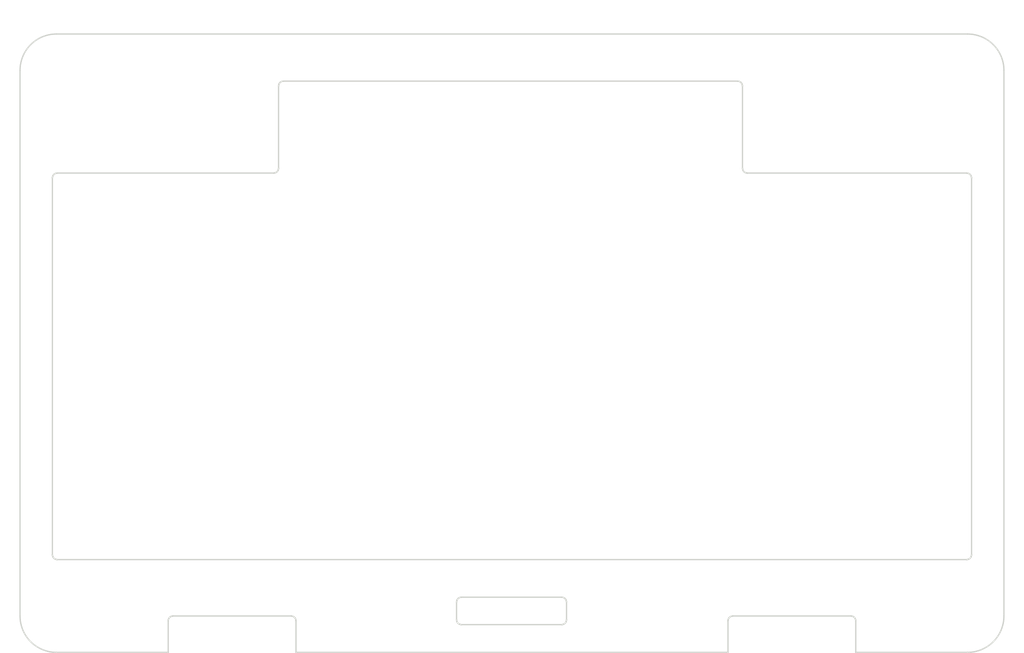
<source format=kicad_pcb>
(kicad_pcb (version 20211014) (generator pcbnew)
  (layers (0 "F.Cu" signal) (31 "B.Cu" signal) (34 "B.Paste" user) (35 "F.Paste" user) (36 "B.SilkS" user "B.Silkscreen") (37 "F.SilkS" user "F.Silkscreen") (38 "B.Mask" user) (39 "F.Mask" user) (44 "Edge.Cuts" user))
  (net 0 "")
  (footprint "MountingHole:MountingHole_2.2mm_M2" (layer "F.Cu") (at 43.35 38.3)
    (fp_text reference "REF**" hide)
    (fp_text value "MountingHole_2.2mm_M2")
    (pad "" np_thru_hole circle (at 0 0) (size 2.2 2.2) (drill 2.2) (layers *.Cu *.Mask))
  )
  (footprint "MountingHole:MountingHole_2.2mm_M2" (layer "F.Cu") (at 232.75 153.35)
    (fp_text reference "REF**" hide)
    (fp_text value "MountingHole_2.2mm_M2")
    (pad "" np_thru_hole circle (at 0 0) (size 2.2 2.2) (drill 2.2) (layers *.Cu *.Mask))
  )
  (footprint "MountingHole:MountingHole_2.2mm_M2" (layer "F.Cu") (at 232.75 38.3)
    (fp_text reference "REF**" hide)
    (fp_text value "MountingHole_2.2mm_M2")
    (pad "" np_thru_hole circle (at 0 0) (size 2.2 2.2) (drill 2.2) (layers *.Cu *.Mask))
  )
  (footprint "MountingHole:MountingHole_2.2mm_M2" (layer "F.Cu") (at 43.35 153.35)
    (fp_text reference "REF**" hide)
    (fp_text value "MountingHole_2.2mm_M2")
    (pad "" np_thru_hole circle (at 0 0) (size 2.2 2.2) (drill 2.2) (layers *.Cu *.Mask))
  )
  (gr_line (start 90.990705 42.674253) (end 91.032082 42.648102) (layer "Edge.Cuts") (width 0.264583))
  (gr_line (start 237.579337 37.489562) (end 237.433103 37.159524) (layer "Edge.Cuts") (width 0.264583))
  (gr_line (start 44.824035 139.569051) (end 44.824035 139.569051) (layer "Edge.Cuts") (width 0.264583))
  (gr_line (start 149.14186 148.513418) (end 149.140631 148.463829) (layer "Edge.Cuts") (width 0.264583))
  (gr_line (start 185.390249 61.046925) (end 185.431626 61.073074) (layer "Edge.Cuts") (width 0.264583))
  (gr_line (start 207.511177 151.483198) (end 207.551751 151.509208) (layer "Edge.Cuts") (width 0.264583))
  (gr_line (start 68.263414 151.779311) (end 68.291294 151.740104) (layer "Edge.Cuts") (width 0.264583))
  (gr_line (start 149.083304 152.430569) (end 149.098636 152.384233) (layer "Edge.Cuts") (width 0.264583))
  (gr_line (start 68.191242 151.904879) (end 68.213325 151.861761) (layer "Edge.Cuts") (width 0.264583))
  (gr_line (start 90.687366 42.99282) (end 90.713517 42.951443) (layer "Edge.Cuts") (width 0.264583))
  (gr_line (start 90.564897 43.310245) (end 90.575664 43.262496) (layer "Edge.Cuts") (width 0.264583))
  (gr_line (start 149.065741 148.130735) (end 149.04598 148.086137) (layer "Edge.Cuts") (width 0.264583))
  (gr_line (start 126.805088 148.222588) (end 126.792021 148.26967) (layer "Edge.Cuts") (width 0.264583))
  (gr_line (start 44.699155 61.660137) (end 44.727367 61.619999) (layer "Edge.Cuts") (width 0.264583))
  (gr_line (start 149.130901 152.241075) (end 149.136967 152.192244) (layer "Edge.Cuts") (width 0.264583))
  (gr_line (start 68.990384 151.343592) (end 69.041168 151.339731) (layer "Edge.Cuts") (width 0.264583))
  (gr_line (start 207.044104 151.339731) (end 207.094887 151.343592) (layer "Edge.Cuts") (width 0.264583))
  (gr_line (start 38.814406 154.82301) (end 38.992411 155.137755) (layer "Edge.Cuts") (width 0.264583))
  (gr_line (start 90.526113 60.410935) (end 90.534546 60.362601) (layer "Edge.Cuts") (width 0.264583))
  (gr_line (start 93.924621 151.783637) (end 93.950772 151.825012) (layer "Edge.Cuts") (width 0.264583))
  (gr_line (start 231.025015 61.332744) (end 231.067548 61.3568) (layer "Edge.Cuts") (width 0.264583))
  (gr_line (start 90.469385 60.597623) (end 90.486949 60.552112) (layer "Edge.Cuts") (width 0.264583))
  (gr_line (start 126.761863 152.093404) (end 126.761863 152.093404) (layer "Edge.Cuts") (width 0.264583))
  (gr_line (start 182.285522 151.631338) (end 182.285522 151.631338) (layer "Edge.Cuts") (width 0.264583))
  (gr_line (start 238.142639 40.321432) (end 238.142639 40.321432) (layer "Edge.Cuts") (width 0.264583))
  (gr_line (start 45.33514 139.842568) (end 45.28739 139.831802) (layer "Edge.Cuts") (width 0.264583))
  (gr_line (start 93.996751 151.911149) (end 94.016512 151.955747) (layer "Edge.Cuts") (width 0.264583))
  (gr_line (start 184.827244 43.035353) (end 184.849169 43.078961) (layer "Edge.Cuts") (width 0.264583))
  (gr_line (start 237.270858 36.836829) (end 237.092852 36.522084) (layer "Edge.Cuts") (width 0.264583))
  (gr_line (start 42.84755 33.354741) (end 42.510777 33.48471) (layer "Edge.Cuts") (width 0.264583))
  (gr_line (start 44.648949 139.332832) (end 44.627023 139.289227) (layer "Edge.Cuts") (width 0.264583))
  (gr_line (start 232.193038 33.064924) (end 231.835385 33.002519) (layer "Edge.Cuts") (width 0.264583))
  (gr_line (start 90.252612 60.922048) (end 90.286807 60.886116) (layer "Edge.Cuts") (width 0.264583))
  (gr_line (start 91.254672 42.549468) (end 91.301757 42.536403) (layer "Edge.Cuts") (width 0.264583))
  (gr_line (start 45.481562 61.216154) (end 45.53115 61.214925) (layer "Edge.Cuts") (width 0.264583))
  (gr_line (start 93.240302 151.349388) (end 93.288634 151.357821) (layer "Edge.Cuts") (width 0.264583))
  (gr_line (start 207.987482 152.236182) (end 207.991343 152.286968) (layer "Edge.Cuts") (width 0.264583))
  (gr_line (start 90.377495 60.769743) (end 90.403645 60.728366) (layer "Edge.Cuts") (width 0.264583))
  (gr_line (start 185.311292 60.988474) (end 185.350111 61.018713) (layer "Edge.Cuts") (width 0.264583))
  (gr_line (start 90.771969 42.872486) (end 90.804203 42.83507) (layer "Edge.Cuts") (width 0.264583))
  (gr_line (start 182.219095 151.704675) (end 182.251328 151.667264) (layer "Edge.Cuts") (width 0.264583))
  (gr_line (start 127.56586 147.532809) (end 127.518111 147.543575) (layer "Edge.Cuts") (width 0.264583))
  (gr_line (start 93.288634 151.357821) (end 93.336383 151.368587) (layer "Edge.Cuts") (width 0.264583))
  (gr_line (start 126.988326 147.87968) (end 126.958086 147.9185) (layer "Edge.Cuts") (width 0.264583))
  (gr_line (start 182.565346 151.434323) (end 182.609947 151.41456) (layer "Edge.Cuts") (width 0.264583))
  (gr_line (start 230.742629 158.738424) (end 230.742629 158.738424) (layer "Edge.Cuts") (width 0.264583))
  (gr_line (start 45.432311 61.219819) (end 45.481562 61.216154) (layer "Edge.Cuts") (width 0.264583))
  (gr_line (start 127.207062 147.681431) (end 127.166923 147.709646) (layer "Edge.Cuts") (width 0.264583))
  (gr_line (start 181.993858 152.288841) (end 181.997523 152.239588) (layer "Edge.Cuts") (width 0.264583))
  (gr_line (start 207.931964 151.994587) (end 207.947686 152.041052) (layer "Edge.Cuts") (width 0.264583))
  (gr_line (start 232.894808 158.418559) (end 233.237711 158.305104) (layer "Edge.Cuts") (width 0.264583))
  (gr_line (start 91.074616 42.624048) (end 91.118224 42.602123) (layer "Edge.Cuts") (width 0.264583))
  (gr_line (start 185.749052 61.195535) (end 185.797383 61.203967) (layer "Edge.Cuts") (width 0.264583))
  (gr_line (start 148.848968 147.806325) (end 148.848968 147.806325) (layer "Edge.Cuts") (width 0.264583))
  (gr_line (start 45.432304 139.857066) (end 45.383471 139.851001) (layer "Edge.Cuts") (width 0.264583))
  (gr_line (start 230.891296 61.27349) (end 230.936807 61.291055) (layer "Edge.Cuts") (width 0.264583))
  (gr_line (start 231.543177 62.067263) (end 231.549243 62.116093) (layer "Edge.Cuts") (width 0.264583))
  (gr_line (start 148.14186 153.093404) (end 148.191448 153.092175) (layer "Edge.Cuts") (width 0.264583))
  (gr_line (start 149.130901 148.365744) (end 149.122468 148.317413) (layer "Edge.Cuts") (width 0.264583))
  (gr_line (start 206.992645 151.33843) (end 206.992645 151.33843) (layer "Edge.Cuts") (width 0.264583))
  (gr_line (start 148.655283 147.655306) (end 148.61275 147.63125) (layer "Edge.Cuts") (width 0.264583))
  (gr_line (start 127.761863 147.513418) (end 127.761863 147.513418) (layer "Edge.Cuts") (width 0.264583))
  (gr_line (start 44.589697 139.199123) (end 44.574364 139.152788) (layer "Edge.Cuts") (width 0.264583))
  (gr_line (start 39.185925 36.215894) (end 38.992411 36.522084) (layer "Edge.Cuts") (width 0.264583))
  (gr_line (start 126.879668 152.564304) (end 126.903723 152.606835) (layer "Edge.Cuts") (width 0.264583))
  (gr_line (start 148.883162 147.842257) (end 148.848968 147.806325) (layer "Edge.Cuts") (width 0.264583))
  (gr_line (start 231.534742 62.018933) (end 231.543177 62.067263) (layer "Edge.Cuts") (width 0.264583))
  (gr_line (start 39.185925 155.443943) (end 39.394696 155.740969) (layer "Edge.Cuts") (width 0.264583))
  (gr_line (start 45.481555 139.86073) (end 45.432304 139.857066) (layer "Edge.Cuts") (width 0.264583))
  (gr_line (start 37.951729 39.954484) (end 37.942634 40.321432) (layer "Edge.Cuts") (width 0.264583))
  (gr_line (start 231.412263 61.701514) (end 231.436319 61.744047) (layer "Edge.Cuts") (width 0.264583))
  (gr_line (start 207.665019 151.598204) (end 207.699748 151.631315) (layer "Edge.Cuts") (width 0.264583))
  (gr_line (start 90.838397 42.799138) (end 90.838397 42.799138) (layer "Edge.Cuts") (width 0.264583))
  (gr_line (start 148.289532 153.082446) (end 148.337864 153.074013) (layer "Edge.Cuts") (width 0.264583))
  (gr_line (start 44.249877 33.002519) (end 43.892223 33.064924) (layer "Edge.Cuts") (width 0.264583))
  (gr_line (start 235.975219 35.088827) (end 235.709319 34.835788) (layer "Edge.Cuts") (width 0.264583))
  (gr_line (start 94.092632 158.738424) (end 94.092632 158.738424) (layer "Edge.Cuts") (width 0.264583))
  (gr_line (start 39.394696 155.740969) (end 39.618475 156.028226) (layer "Edge.Cuts") (width 0.264583))
  (gr_line (start 127.020561 147.842262) (end 126.988326 147.87968) (layer "Edge.Cuts") (width 0.264583))
  (gr_line (start 149.111702 148.269664) (end 149.098636 148.22258) (layer "Edge.Cuts") (width 0.264583))
  (gr_line (start 207.992629 158.738424) (end 230.742629 158.738424) (layer "Edge.Cuts") (width 0.264583))
  (gr_line (start 93.475316 151.414548) (end 93.519916 151.43431) (layer "Edge.Cuts") (width 0.264583))
  (gr_line (start 148.569142 147.609323) (end 148.524542 147.589559) (layer "Edge.Cuts") (width 0.264583))
  (gr_line (start 182.358869 151.56491) (end 182.397688 151.534669) (layer "Edge.Cuts") (width 0.264583))
  (gr_line (start 68.213325 151.861761) (end 68.237403 151.819884) (layer "Edge.Cuts") (width 0.264583))
  (gr_line (start 89.693175 61.203967) (end 89.741507 61.195535) (layer "Edge.Cuts") (width 0.264583))
  (gr_line (start 231.478008 61.832254) (end 231.495573 61.877764) (layer "Edge.Cuts") (width 0.264583))
  (gr_line (start 237.092852 155.137755) (end 237.270858 154.82301) (layer "Edge.Cuts") (width 0.264583))
  (gr_line (start 231.225298 61.473639) (end 231.26123 61.507833) (layer "Edge.Cuts") (width 0.264583))
  (gr_line (start 93.606057 151.480291) (end 93.647434 151.506443) (layer "Edge.Cuts") (width 0.264583))
  (gr_line (start 237.092852 36.522084) (end 236.899338 36.215894) (layer "Edge.Cuts") (width 0.264583))
  (gr_line (start 149.122468 148.317413) (end 149.111702 148.269664) (layer "Edge.Cuts") (width 0.264583))
  (gr_line (start 45.53115 61.214925) (end 45.53115 61.214925) (layer "Edge.Cuts") (width 0.264583))
  (gr_line (start 184.945052 60.214925) (end 184.946281 60.264515) (layer "Edge.Cuts") (width 0.264583))
  (gr_line (start 149.122468 152.289405) (end 149.130901 152.241075) (layer "Edge.Cuts") (width 0.264583))
  (gr_line (start 93.092632 151.33843) (end 93.142219 151.339659) (layer "Edge.Cuts") (width 0.264583))
  (gr_line (start 207.426182 151.437037) (end 207.4693 151.45912) (layer "Edge.Cuts") (width 0.264583))
  (gr_line (start 90.540612 60.313767) (end 90.544276 60.264515) (layer "Edge.Cuts") (width 0.264583))
  (gr_line (start 68.097797 152.236182) (end 68.104156 152.186135) (layer "Edge.Cuts") (width 0.264583))
  (gr_line (start 41.858046 33.793186) (end 41.543301 33.97119) (layer "Edge.Cuts") (width 0.264583))
  (gr_line (start 126.781255 152.289413) (end 126.792021 152.337164) (layer "Edge.Cuts") (width 0.264583))
  (gr_line (start 127.166924 152.897165) (end 127.207063 152.925378) (layer "Edge.Cuts") (width 0.264583))
  (gr_line (start 148.945637 147.918488) (end 148.915397 147.879671) (layer "Edge.Cuts") (width 0.264583))
  (gr_line (start 90.663312 43.035353) (end 90.687366 42.99282) (layer "Edge.Cuts") (width 0.264583))
  (gr_line (start 127.166923 147.709646) (end 127.128105 147.739889) (layer "Edge.Cuts") (width 0.264583))
  (gr_line (start 231.549243 62.116093) (end 231.552908 62.165341) (layer "Edge.Cuts") (width 0.264583))
  (gr_line (start 45.193972 61.27349) (end 45.240311 61.258157) (layer "Edge.Cuts") (width 0.264583))
  (gr_line (start 94.091403 152.288841) (end 94.092632 152.33843) (layer "Edge.Cuts") (width 0.264583))
  (gr_line (start 148.569148 152.997524) (end 148.612755 152.975599) (layer "Edge.Cuts") (width 0.264583))
  (gr_line (start 185.797383 61.203967) (end 185.846215 61.210032) (layer "Edge.Cuts") (width 0.264583))
  (gr_line (start 90.950566 42.702466) (end 90.990705 42.674253) (layer "Edge.Cuts") (width 0.264583))
  (gr_line (start 90.100307 61.046925) (end 90.140446 61.018713) (layer "Edge.Cuts") (width 0.264583))
  (gr_line (start 37.942634 40.321432) (end 37.942634 40.321432) (layer "Edge.Cuts") (width 0.264583))
  (gr_line (start 207.336475 151.399107) (end 207.381886 151.417012) (layer "Edge.Cuts") (width 0.264583))
  (gr_line (start 231.554138 138.861959) (end 231.552908 138.911548) (layer "Edge.Cuts") (width 0.264583))
  (gr_line (start 182.748884 151.368593) (end 182.796635 151.357825) (layer "Edge.Cuts") (width 0.264583))
  (gr_line (start 45.383478 61.225886) (end 45.432311 61.219819) (layer "Edge.Cuts") (width 0.264583))
  (gr_line (start 44.550529 62.018933) (end 44.561297 61.971185) (layer "Edge.Cuts") (width 0.264583))
  (gr_line (start 184.539994 42.702466) (end 184.578813 42.732707) (layer "Edge.Cuts") (width 0.264583))
  (gr_line (start 126.820419 148.176253) (end 126.805088 148.222588) (layer "Edge.Cuts") (width 0.264583))
  (gr_line (start 148.848968 152.800496) (end 148.883162 152.76456) (layer "Edge.Cuts") (width 0.264583))
  (gr_line (start 43.190453 158.418559) (end 43.53888 158.515249) (layer "Edge.Cuts") (width 0.264583))
  (gr_line (start 148.915397 152.727142) (end 148.945637 152.688322) (layer "Edge.Cuts") (width 0.264583))
  (gr_line (start 149.04598 152.520672) (end 149.065741 152.476076) (layer "Edge.Cuts") (width 0.264583))
  (gr_line (start 68.494313 151.537088) (end 68.533519 151.509208) (layer "Edge.Cuts") (width 0.264583))
  (gr_line (start 149.14186 152.093404) (end 149.14186 152.093404) (layer "Edge.Cuts") (width 0.264583))
  (gr_line (start 127.761863 153.093404) (end 127.761863 153.093404) (layer "Edge.Cuts") (width 0.264583))
  (gr_line (start 40.940086 157.286363) (end 41.237112 157.495136) (layer "Edge.Cuts") (width 0.264583))
  (gr_line (start 90.741729 42.911304) (end 90.771969 42.872486) (layer "Edge.Cuts") (width 0.264583))
  (gr_line (start 184.141053 42.525637) (end 184.188803 42.536403) (layer "Edge.Cuts") (width 0.264583))
  (gr_line (start 231.554138 62.214925) (end 231.554138 62.214925) (layer "Edge.Cuts") (width 0.264583))
  (gr_line (start 206.992645 151.33843) (end 207.044104 151.339731) (layer "Edge.Cuts") (width 0.264583))
  (gr_line (start 45.01772 61.3568) (end 45.060254 61.332744) (layer "Edge.Cuts") (width 0.264583))
  (gr_line (start 127.761863 147.513418) (end 127.712275 147.514647) (layer "Edge.Cuts") (width 0.264583))
  (gr_line (start 207.821858 151.779311) (end 207.847869 151.819884) (layer "Edge.Cuts") (width 0.264583))
  (gr_line (start 184.934093 43.358577) (end 184.940159 43.407409) (layer "Edge.Cuts") (width 0.264583))
  (gr_line (start 39.857008 35.354727) (end 39.618475 35.631609) (layer "Edge.Cuts") (width 0.264583))
  (gr_line (start 230.742629 158.738424) (end 231.109574 158.729329) (layer "Edge.Cuts") (width 0.264583))
  (gr_line (start 126.761863 152.093404) (end 126.763092 152.142994) (layer "Edge.Cuts") (width 0.264583))
  (gr_line (start 90.449624 60.642224) (end 90.469385 60.597623) (layer "Edge.Cuts") (width 0.264583))
  (gr_line (start 182.992645 151.33843) (end 206.992645 151.33843) (layer "Edge.Cuts") (width 0.264583))
  (gr_line (start 45.28739 139.831802) (end 45.240306 139.818736) (layer "Edge.Cuts") (width 0.264583))
  (gr_line (start 231.478008 139.244642) (end 231.458245 139.28924) (layer "Edge.Cuts") (width 0.264583))
  (gr_line (start 45.287396 61.245089) (end 45.335146 61.234321) (layer "Edge.Cuts") (width 0.264583))
  (gr_line (start 149.098636 152.384233) (end 149.111702 152.337152) (layer "Edge.Cuts") (width 0.264583))
  (gr_line (start 231.835385 158.657327) (end 232.193038 158.594922) (layer "Edge.Cuts") (width 0.264583))
  (gr_line (start 207.242557 151.369911) (end 207.290011 151.383386) (layer "Edge.Cuts") (width 0.264583))
  (gr_line (start 231.386111 61.660137) (end 231.412263 61.701514) (layer "Edge.Cuts") (width 0.264583))
  (gr_line (start 232.894808 33.241286) (end 232.546382 33.144597) (layer "Edge.Cuts") (width 0.264583))
  (gr_line (start 68.093936 152.286968) (end 68.097797 152.236182) (layer "Edge.Cuts") (width 0.264583))
  (gr_line (start 91.208334 42.5648) (end 91.254672 42.549468) (layer "Edge.Cuts") (width 0.264583))
  (gr_line (start 89.595092 61.213696) (end 89.644343 61.210032) (layer "Edge.Cuts") (width 0.264583))
  (gr_line (start 184.282227 42.5648) (end 184.327737 42.582363) (layer "Edge.Cuts") (width 0.264583))
  (gr_line (start 231.357898 61.619999) (end 231.386111 61.660137) (layer "Edge.Cuts") (width 0.264583))
  (gr_line (start 207.972328 152.136889) (end 207.981122 152.186135) (layer "Edge.Cuts") (width 0.264583))
  (gr_line (start 230.750123 61.234321) (end 230.797873 61.245089) (layer "Edge.Cuts") (width 0.264583))
  (gr_line (start 42.510777 33.48471) (end 42.18074 33.630942) (layer "Edge.Cuts") (width 0.264583))
  (gr_line (start 185.021175 60.597623) (end 185.040936 60.642224) (layer "Edge.Cuts") (width 0.264583))
  (gr_line (start 182.701798 151.381661) (end 182.748884 151.368593) (layer "Edge.Cuts") (width 0.264583))
  (gr_line (start 232.193038 158.594922) (end 232.546382 158.515249) (layer "Edge.Cuts") (width 0.264583))
  (gr_line (start 182.003589 152.190754) (end 182.012022 152.142421) (layer "Edge.Cuts") (width 0.264583))
  (gr_line (start 231.474028 158.702213) (end 231.835385 158.657327) (layer "Edge.Cuts") (width 0.264583))
  (gr_line (start 183.945052 42.506246) (end 183.994639 42.507475) (layer "Edge.Cuts") (width 0.264583))
  (gr_line (start 127.663024 147.518311) (end 127.614192 147.524376) (layer "Edge.Cuts") (width 0.264583))
  (gr_line (start 182.609947 151.41456) (end 182.655458 151.396995) (layer "Edge.Cuts") (width 0.264583))
  (gr_line (start 45.342635 32.921422) (end 44.97569 32.930517) (layer "Edge.Cuts") (width 0.264583))
  (gr_line (start 44.561297 61.971185) (end 44.574364 61.924101) (layer "Edge.Cuts") (width 0.264583))
  (gr_line (start 126.903723 148.000014) (end 126.879668 148.042545) (layer "Edge.Cuts") (width 0.264583))
  (gr_line (start 230.554122 61.214925) (end 230.603709 61.216154) (layer "Edge.Cuts") (width 0.264583))
  (gr_line (start 68.13759 152.041052) (end 68.153311 151.994587) (layer "Edge.Cuts") (width 0.264583))
  (gr_line (start 93.974826 151.867544) (end 93.996751 151.911149) (layer "Edge.Cuts") (width 0.264583))
  (gr_line (start 126.988326 152.727159) (end 127.020561 152.76457) (layer "Edge.Cuts") (width 0.264583))
  (gr_line (start 127.128105 152.866924) (end 127.166924 152.897165) (layer "Edge.Cuts") (width 0.264583))
  (gr_line (start 90.545505 43.506246) (end 90.545505 43.506246) (layer "Edge.Cuts") (width 0.264583))
  (gr_line (start 184.748827 42.911304) (end 184.777039 42.951443) (layer "Edge.Cuts") (width 0.264583))
  (gr_line (start 38.086138 38.871014) (end 38.023732 39.228669) (layer "Edge.Cuts") (width 0.264583))
  (gr_line (start 148.848968 147.806325) (end 148.813035 147.772137) (layer "Edge.Cuts") (width 0.264583))
  (gr_line (start 185.086916 60.728366) (end 185.113066 60.769743) (layer "Edge.Cuts") (width 0.264583))
  (gr_line (start 44.727367 139.456877) (end 44.699155 139.416738) (layer "Edge.Cuts") (width 0.264583))
  (gr_line (start 207.914059 151.949175) (end 207.931964 151.994587) (layer "Edge.Cuts") (width 0.264583))
  (gr_line (start 237.822766 38.169241) (end 237.709309 37.826337) (layer "Edge.Cuts") (width 0.264583))
  (gr_line (start 127.424691 153.034839) (end 127.47103 153.050173) (layer "Edge.Cuts") (width 0.264583))
  (gr_line (start 237.709309 153.833504) (end 237.822766 153.490601) (layer "Edge.Cuts") (width 0.264583))
  (gr_line (start 94.092632 152.33843) (end 94.092632 152.33843) (layer "Edge.Cuts") (width 0.264583))
  (gr_line (start 184.235888 42.549468) (end 184.282227 42.5648) (layer "Edge.Cuts") (width 0.264583))
  (gr_line (start 94.081673 152.190757) (end 94.087738 152.239589) (layer "Edge.Cuts") (width 0.264583))
  (gr_line (start 185.562368 61.138811) (end 185.607878 61.156373) (layer "Edge.Cuts") (width 0.264583))
  (gr_line (start 148.97385 152.648184) (end 149 152.606808) (layer "Edge.Cuts") (width 0.264583))
  (gr_line (start 182.012022 152.142421) (end 182.022789 152.09467) (layer "Edge.Cuts") (width 0.264583))
  (gr_line (start 38.165812 153.142175) (end 38.262502 153.490601) (layer "Edge.Cuts") (width 0.264583))
  (gr_line (start 91.495921 42.507475) (end 91.545509 42.506246) (layer "Edge.Cuts") (width 0.264583))
  (gr_line (start 148.191448 153.092175) (end 148.240699 153.088511) (layer "Edge.Cuts") (width 0.264583))
  (gr_line (start 148.289529 147.524381) (end 148.240697 147.518313) (layer "Edge.Cuts") (width 0.264583))
  (gr_line (start 185.141278 60.809882) (end 185.171518 60.848701) (layer "Edge.Cuts") (width 0.264583))
  (gr_line (start 237.822766 153.490601) (end 237.919457 153.142175) (layer "Edge.Cuts") (width 0.264583))
  (gr_line (start 40.375946 156.824046) (end 40.652828 157.062582) (layer "Edge.Cuts") (width 0.264583))
  (gr_line (start 148.337864 153.074013) (end 148.385614 153.063247) (layer "Edge.Cuts") (width 0.264583))
  (gr_line (start 93.866168 151.704684) (end 93.896409 151.743501) (layer "Edge.Cuts") (width 0.264583))
  (gr_line (start 184.975212 60.458686) (end 184.988279 60.505772) (layer "Edge.Cuts") (width 0.264583))
  (gr_line (start 93.142219 151.339659) (end 93.19147 151.343323) (layer "Edge.Cuts") (width 0.264583))
  (gr_line (start 127.761863 153.093404) (end 148.14186 153.093404) (layer "Edge.Cuts") (width 0.264583))
  (gr_line (start 207.961161 152.088507) (end 207.972328 152.136889) (layer "Edge.Cuts") (width 0.264583))
  (gr_line (start 235.432436 34.597254) (end 235.145178 34.373475) (layer "Edge.Cuts") (width 0.264583))
  (gr_line (start 230.742629 32.921422) (end 230.742629 32.921422) (layer "Edge.Cuts") (width 0.264583))
  (gr_line (start 43.892223 158.594922) (end 44.249877 158.657327) (layer "Edge.Cuts") (width 0.264583))
  (gr_line (start 44.607261 139.24463) (end 44.589697 139.199123) (layer "Edge.Cuts") (width 0.264583))
  (gr_line (start 44.757608 61.58118) (end 44.789842 61.543764) (layer "Edge.Cuts") (width 0.264583))
  (gr_line (start 231.554138 138.861959) (end 231.554138 138.861959) (layer "Edge.Cuts") (width 0.264583))
  (gr_line (start 238.061539 39.228669) (end 237.999132 38.871014) (layer "Edge.Cuts") (width 0.264583))
  (gr_line (start 68.385522 151.631315) (end 68.420251 151.598204) (layer "Edge.Cuts") (width 0.264583))
  (gr_line (start 207.981122 152.186135) (end 207.987482 152.236182) (layer "Edge.Cuts") (width 0.264583))
  (gr_line (start 148.915397 147.879671) (end 148.883162 147.842257) (layer "Edge.Cuts") (width 0.264583))
  (gr_line (start 148.432699 153.050181) (end 148.479038 153.034849) (layer "Edge.Cuts") (width 0.264583))
  (gr_line (start 90.621626 43.123561) (end 90.641387 43.078961) (layer "Edge.Cuts") (width 0.264583))
  (gr_line (start 127.47103 153.050173) (end 127.518114 153.063241) (layer "Edge.Cuts") (width 0.264583))
  (gr_line (start 230.797868 139.831789) (end 230.750117 139.842559) (layer "Edge.Cuts") (width 0.264583))
  (gr_line (start 231.26123 61.507833) (end 231.26123 61.507833) (layer "Edge.Cuts") (width 0.264583))
  (gr_line (start 230.603696 139.860729) (end 230.554107 139.861959) (layer "Edge.Cuts") (width 0.264583))
  (gr_line (start 182.655458 151.396995) (end 182.701798 151.381661) (layer "Edge.Cuts") (width 0.264583))
  (gr_line (start 90.87433 42.764943) (end 90.911747 42.732707) (layer "Edge.Cuts") (width 0.264583))
  (gr_line (start 233.574485 33.48471) (end 233.237711 33.354741) (layer "Edge.Cuts") (width 0.264583))
  (gr_line (start 94.07324 152.142425) (end 94.081673 152.190757) (layer "Edge.Cuts") (width 0.264583))
  (gr_line (start 127.24844 152.951529) (end 127.290974 152.975585) (layer "Edge.Cuts") (width 0.264583))
  (gr_line (start 207.871948 151.861761) (end 207.894032 151.904879) (layer "Edge.Cuts") (width 0.264583))
  (gr_line (start 126.879668 148.042545) (end 126.857743 148.08615) (layer "Edge.Cuts") (width 0.264583))
  (gr_line (start 44.611235 158.702213) (end 44.97569 158.729329) (layer "Edge.Cuts") (width 0.264583))
  (gr_line (start 69.041168 151.339731) (end 69.092628 151.33843) (layer "Edge.Cuts") (width 0.264583))
  (gr_line (start 231.187882 139.63547) (end 231.149064 139.665708) (layer "Edge.Cuts") (width 0.264583))
  (gr_line (start 207.764291 151.702328) (end 207.793978 151.740104) (layer "Edge.Cuts") (width 0.264583))
  (gr_line (start 68.124115 152.088507) (end 68.13759 152.041052) (layer "Edge.Cuts") (width 0.264583))
  (gr_line (start 127.207063 152.925378) (end 127.24844 152.951529) (layer "Edge.Cuts") (width 0.264583))
  (gr_line (start 185.607878 61.156373) (end 185.654217 61.171704) (layer "Edge.Cuts") (width 0.264583))
  (gr_line (start 230.652949 139.857063) (end 230.603696 139.860729) (layer "Edge.Cuts") (width 0.264583))
  (gr_line (start 126.761863 148.513418) (end 126.761863 148.513418) (layer "Edge.Cuts") (width 0.264583))
  (gr_line (start 148.524548 153.017286) (end 148.569148 152.997524) (layer "Edge.Cuts") (width 0.264583))
  (gr_line (start 90.550398 43.407409) (end 90.556464 43.358577) (layer "Edge.Cuts") (width 0.264583))
  (gr_line (start 126.903723 152.606835) (end 126.929873 152.648209) (layer "Edge.Cuts") (width 0.264583))
  (gr_line (start 230.936805 139.785818) (end 230.891294 139.803384) (layer "Edge.Cuts") (width 0.264583))
  (gr_line (start 182.160643 151.783625) (end 182.188855 151.743489) (layer "Edge.Cuts") (width 0.264583))
  (gr_line (start 41.543301 33.97119) (end 41.237112 34.164704) (layer "Edge.Cuts") (width 0.264583))
  (gr_line (start 236.690566 155.740969) (end 236.899338 155.443943) (layer "Edge.Cuts") (width 0.264583))
  (gr_line (start 44.976343 61.382952) (end 45.01772 61.3568) (layer "Edge.Cuts") (width 0.264583))
  (gr_line (start 90.713517 42.951443) (end 90.741729 42.911304) (layer "Edge.Cuts") (width 0.264583))
  (gr_line (start 44.824035 61.507833) (end 44.859968 61.473639) (layer "Edge.Cuts") (width 0.264583))
  (gr_line (start 184.777039 42.951443) (end 184.803189 42.99282) (layer "Edge.Cuts") (width 0.264583))
  (gr_line (start 231.474028 32.957633) (end 231.109574 32.930517) (layer "Edge.Cuts") (width 0.264583))
  (gr_line (start 231.109574 158.729329) (end 231.474028 158.702213) (layer "Edge.Cuts") (width 0.264583))
  (gr_line (start 231.187882 61.441405) (end 231.225298 61.473639) (layer "Edge.Cuts") (width 0.264583))
  (gr_line (start 185.040936 60.642224) (end 185.062861 60.685832) (layer "Edge.Cuts") (width 0.264583))
  (gr_line (start 236.899338 36.215894) (end 236.690566 35.918867) (layer "Edge.Cuts") (width 0.264583))
  (gr_line (start 149.140631 148.463829) (end 149.136967 148.414577) (layer "Edge.Cuts") (width 0.264583))
  (gr_line (start 184.188803 42.536403) (end 184.235888 42.549468) (layer "Edge.Cuts") (width 0.264583))
  (gr_line (start 45.335146 61.234321) (end 45.383478 61.225886) (layer "Edge.Cuts") (width 0.264583))
  (gr_line (start 230.742629 32.921422) (end 45.342635 32.921422) (layer "Edge.Cuts") (width 0.264583))
  (gr_line (start 94.087738 152.239589) (end 94.091403 152.288841) (layer "Edge.Cuts") (width 0.264583))
  (gr_line (start 44.673004 61.701514) (end 44.699155 61.660137) (layer "Edge.Cuts") (width 0.264583))
  (gr_line (start 44.531135 138.861959) (end 44.531135 62.214925) (layer "Edge.Cuts") (width 0.264583))
  (gr_line (start 207.894032 151.904879) (end 207.914059 151.949175) (layer "Edge.Cuts") (width 0.264583))
  (gr_line (start 127.290974 152.975585) (end 127.334581 152.997512) (layer "Edge.Cuts") (width 0.264583))
  (gr_line (start 126.761863 148.513418) (end 126.761863 152.093404) (layer "Edge.Cuts") (width 0.264583))
  (gr_line (start 182.285522 151.631338) (end 182.321453 151.597144) (layer "Edge.Cuts") (width 0.264583))
  (gr_line (start 45.342635 32.921422) (end 45.342635 32.921422) (layer "Edge.Cuts") (width 0.264583))
  (gr_line (start 93.726391 151.564901) (end 93.763807 151.597139) (layer "Edge.Cuts") (width 0.264583))
  (gr_line (start 44.976342 139.693945) (end 44.936203 139.665731) (layer "Edge.Cuts") (width 0.264583))
  (gr_line (start 126.792021 148.26967) (end 126.781255 148.317417) (layer "Edge.Cuts") (width 0.264583))
  (gr_line (start 148.385609 147.543587) (end 148.33786 147.532817) (layer "Edge.Cuts") (width 0.264583))
  (gr_line (start 93.336383 151.368587) (end 93.383468 151.381653) (layer "Edge.Cuts") (width 0.264583))
  (gr_line (start 44.673004 139.375363) (end 44.648949 139.332832) (layer "Edge.Cuts") (width 0.264583))
  (gr_line (start 231.327657 61.58118) (end 231.357898 61.619999) (layer "Edge.Cuts") (width 0.264583))
  (gr_line (start 182.068752 151.955736) (end 182.088513 151.911136) (layer "Edge.Cuts") (width 0.264583))
  (gr_line (start 231.523974 61.971185) (end 231.534742 62.018933) (layer "Edge.Cuts") (width 0.264583))
  (gr_line (start 37.942634 151.33843) (end 37.942634 151.33843) (layer "Edge.Cuts") (width 0.264583))
  (gr_line (start 184.803189 42.99282) (end 184.827244 43.035353) (layer "Edge.Cuts") (width 0.264583))
  (gr_line (start 149 148) (end 148.97385 147.958625) (layer "Edge.Cuts") (width 0.264583))
  (gr_line (start 207.73286 151.666044) (end 207.764291 151.702328) (layer "Edge.Cuts") (width 0.264583))
  (gr_line (start 148.69666 147.681457) (end 148.655283 147.655306) (layer "Edge.Cuts") (width 0.264583))
  (gr_line (start 94.034076 152.001255) (end 94.049407 152.047593) (layer "Edge.Cuts") (width 0.264583))
  (gr_line (start 182.521738 151.456249) (end 182.565346 151.434323) (layer "Edge.Cuts") (width 0.264583))
  (gr_line (start 149.111702 152.337152) (end 149.122468 152.289405) (layer "Edge.Cuts") (width 0.264583))
  (gr_line (start 238.133544 151.705372) (end 238.142639 151.33843) (layer "Edge.Cuts") (width 0.264583))
  (gr_line (start 44.531135 62.214925) (end 44.531135 62.214925) (layer "Edge.Cuts") (width 0.264583))
  (gr_line (start 45.531143 139.861959) (end 45.531143 139.861959) (layer "Edge.Cuts") (width 0.264583))
  (gr_line (start 184.956012 60.362601) (end 184.964445 60.410935) (layer "Edge.Cuts") (width 0.264583))
  (gr_line (start 207.4693 151.45912) (end 207.511177 151.483198) (layer "Edge.Cuts") (width 0.264583))
  (gr_line (start 68.891093 151.358745) (end 68.940338 151.349952) (layer "Edge.Cuts") (width 0.264583))
  (gr_line (start 207.847869 151.819884) (end 207.871948 151.861761) (layer "Edge.Cuts") (width 0.264583))
  (gr_line (start 234.848152 34.164704) (end 234.541962 33.97119) (layer "Edge.Cuts") (width 0.264583))
  (gr_line (start 148.191447 147.514647) (end 148.14186 147.513418) (layer "Edge.Cuts") (width 0.264583))
  (gr_line (start 181.992629 152.33843) (end 181.992629 152.33843) (layer "Edge.Cuts") (width 0.264583))
  (gr_line (start 230.701783 139.850995) (end 230.652949 139.857063) (layer "Edge.Cuts") (width 0.264583))
  (gr_line (start 231.534742 139.057964) (end 231.523974 139.105712) (layer "Edge.Cuts") (width 0.264583))
  (gr_line (start 38.814406 36.836829) (end 38.652161 37.159524) (layer "Edge.Cuts") (width 0.264583))
  (gr_line (start 126.772822 148.365747) (end 126.766756 148.414578) (layer "Edge.Cuts") (width 0.264583))
  (gr_line (start 37.978845 152.069824) (end 38.023732 152.43118) (layer "Edge.Cuts") (width 0.264583))
  (gr_line (start 231.108925 61.382952) (end 231.149064 61.411165) (layer "Edge.Cuts") (width 0.264583))
  (gr_line (start 38.086138 152.788832) (end 38.165812 153.142175) (layer "Edge.Cuts") (width 0.264583))
  (gr_line (start 90.252612 60.922048) (end 90.252612 60.922048) (layer "Edge.Cuts") (width 0.264583))
  (gr_line (start 38.652161 154.500315) (end 38.814406 154.82301) (layer "Edge.Cuts") (width 0.264583))
  (gr_line (start 207.628734 151.566774) (end 207.665019 151.598204) (layer "Edge.Cuts") (width 0.264583))
  (gr_line (start 148.813035 147.772137) (end 148.775618 147.739906) (layer "Edge.Cuts") (width 0.264583))
  (gr_line (start 207.992629 158.738424) (end 207.992629 158.738424) (layer "Edge.Cuts") (width 0.264583))
  (gr_line (start 231.543177 139.009632) (end 231.534742 139.057964) (layer "Edge.Cuts") (width 0.264583))
  (gr_line (start 236.466788 35.631609) (end 236.228255 35.354727) (layer "Edge.Cuts") (width 0.264583))
  (gr_line (start 44.97569 158.729329) (end 45.342635 158.738424) (layer "Edge.Cuts") (width 0.264583))
  (gr_line (start 127.379178 147.589536) (end 127.334579 147.609298) (layer "Edge.Cuts") (width 0.264583))
  (gr_line (start 127.565863 153.074009) (end 127.614195 153.082443) (layer "Edge.Cuts") (width 0.264583))
  (gr_line (start 149.098636 148.22258) (end 149.083304 148.176243) (layer "Edge.Cuts") (width 0.264583))
  (gr_line (start 127.471026 147.556641) (end 127.424688 147.571973) (layer "Edge.Cuts") (width 0.264583))
  (gr_line (start 44.531135 138.861959) (end 44.531135 138.861959) (layer "Edge.Cuts") (width 0.264583))
  (gr_line (start 93.519916 151.43431) (end 93.563524 151.456235) (layer "Edge.Cuts") (width 0.264583))
  (gr_line (start 181.992629 158.738424) (end 181.992629 152.33843) (layer "Edge.Cuts") (width 0.264583))
  (gr_line (start 44.757608 139.495696) (end 44.727367 139.456877) (layer "Edge.Cuts") (width 0.264583))
  (gr_line (start 89.972789 61.119051) (end 90.016397 61.097127) (layer "Edge.Cuts") (width 0.264583))
  (gr_line (start 181.992629 152.33843) (end 181.993858 152.288841) (layer "Edge.Cuts") (width 0.264583))
  (gr_line (start 238.106427 152.069824) (end 238.133544 151.705372) (layer "Edge.Cuts") (width 0.264583))
  (gr_line (start 126.929873 152.648209) (end 126.958086 152.688345) (layer "Edge.Cuts") (width 0.264583))
  (gr_line (start 126.792021 152.337164) (end 126.805088 152.38425) (layer "Edge.Cuts") (width 0.264583))
  (gr_line (start 182.943055 151.339659) (end 182.992645 151.33843) (layer "Edge.Cuts") (width 0.264583))
  (gr_line (start 234.848152 157.495136) (end 235.145178 157.286363) (layer "Edge.Cuts") (width 0.264583))
  (gr_line (start 38.023732 152.43118) (end 38.086138 152.788832) (layer "Edge.Cuts") (width 0.264583))
  (gr_line (start 149.136967 152.192244) (end 149.140631 152.142993) (layer "Edge.Cuts") (width 0.264583))
  (gr_line (start 207.793978 151.740104) (end 207.821858 151.779311) (layer "Edge.Cuts") (width 0.264583))
  (gr_line (start 238.142639 151.33843) (end 238.142639 151.33843) (layer "Edge.Cuts") (width 0.264583))
  (gr_line (start 90.838397 42.799138) (end 90.87433 42.764943) (layer "Edge.Cuts") (width 0.264583))
  (gr_line (start 45.240306 139.818736) (end 45.193968 139.803404) (layer "Edge.Cuts") (width 0.264583))
  (gr_line (start 44.531135 62.214925) (end 44.532364 62.165341) (layer "Edge.Cuts") (width 0.264583))
  (gr_line (start 232.546382 158.515249) (end 232.894808 158.418559) (layer "Edge.Cuts") (width 0.264583))
  (gr_line (start 37.942634 40.321432) (end 37.942634 151.33843) (layer "Edge.Cuts") (width 0.264583))
  (gr_line (start 38.505928 37.489562) (end 38.375958 37.826337) (layer "Edge.Cuts") (width 0.264583))
  (gr_line (start 184.988279 60.505772) (end 185.003611 60.552112) (layer "Edge.Cuts") (width 0.264583))
  (gr_line (start 45.060251 139.744153) (end 45.017718 139.720097) (layer "Edge.Cuts") (width 0.264583))
  (gr_line (start 148.14186 147.513418) (end 127.761863 147.513418) (layer "Edge.Cuts") (width 0.264583))
  (gr_line (start 39.394696 35.918867) (end 39.185925 36.215894) (layer "Edge.Cuts") (width 0.264583))
  (gr_line (start 68.574092 151.483198) (end 68.615969 151.45912) (layer "Edge.Cuts") (width 0.264583))
  (gr_line (start 182.035856 152.047585) (end 182.051188 152.001246) (layer "Edge.Cuts") (width 0.264583))
  (gr_line (start 185.003611 60.552112) (end 185.021175 60.597623) (layer "Edge.Cuts") (width 0.264583))
  (gr_line (start 230.701791 61.225886) (end 230.750123 61.234321) (layer "Edge.Cuts") (width 0.264583))
  (gr_line (start 185.203751 60.886116) (end 185.237945 60.922048) (layer "Edge.Cuts") (width 0.264583))
  (gr_line (start 207.194177 151.358745) (end 207.242557 151.369911) (layer "Edge.Cuts") (width 0.264583))
  (gr_line (start 90.319042 60.848701) (end 90.349282 60.809882) (layer "Edge.Cuts") (width 0.264583))
  (gr_line (start 127.712276 153.092175) (end 127.761863 153.093404) (layer "Edge.Cuts") (width 0.264583))
  (gr_line (start 38.023732 39.228669) (end 37.978845 39.590028) (layer "Edge.Cuts") (width 0.264583))
  (gr_line (start 93.687572 151.534658) (end 93.726391 151.564901) (layer "Edge.Cuts") (width 0.264583))
  (gr_line (start 184.945052 43.506246) (end 184.945052 60.214925) (layer "Edge.Cuts") (width 0.264583))
  (gr_line (start 235.975219 156.571004) (end 235.975219 156.571004) (layer "Edge.Cuts") (width 0.264583))
  (gr_line (start 148.696665 152.925391) (end 148.736803 152.897176) (layer "Edge.Cuts") (width 0.264583))
  (gr_line (start 127.334581 152.997512) (end 127.379181 153.017274) (layer "Edge.Cuts") (width 0.264583))
  (gr_line (start 235.145178 157.286363) (end 235.432436 157.062582) (layer "Edge.Cuts") (width 0.264583))
  (gr_line (start 68.456536 151.566774) (end 68.494313 151.537088) (layer "Edge.Cuts") (width 0.264583))
  (gr_line (start 230.844958 61.258157) (end 230.891296 61.27349) (layer "Edge.Cuts") (width 0.264583))
  (gr_line (start 184.718587 42.872486) (end 184.748827 42.911304) (layer "Edge.Cuts") (width 0.264583))
  (gr_line (start 148.775618 147.739906) (end 148.736799 147.709668) (layer "Edge.Cuts") (width 0.264583))
  (gr_line (start 126.763092 148.463829) (end 126.761863 148.513418) (layer "Edge.Cuts") (width 0.264583))
  (gr_line (start 43.53888 33.144597) (end 43.190453 33.241286) (layer "Edge.Cuts") (width 0.264583))
  (gr_line (start 184.925659 43.310245) (end 184.934093 43.358577) (layer "Edge.Cuts") (width 0.264583))
  (gr_line (start 231.510906 61.924101) (end 231.523974 61.971185) (layer "Edge.Cuts") (width 0.264583))
  (gr_line (start 148.33786 147.532817) (end 148.289529 147.524381) (layer "Edge.Cuts") (width 0.264583))
  (gr_line (start 235.145178 34.373475) (end 234.848152 34.164704) (layer "Edge.Cuts") (width 0.264583))
  (gr_line (start 207.551751 151.509208) (end 207.590957 151.537088) (layer "Edge.Cuts") (width 0.264583))
  (gr_line (start 89.836341 61.171704) (end 89.882679 61.156373) (layer "Edge.Cuts") (width 0.264583))
  (gr_line (start 38.262502 38.169241) (end 38.165812 38.517669) (layer "Edge.Cuts") (width 0.264583))
  (gr_line (start 44.542095 139.00963) (end 44.536029 138.960798) (layer "Edge.Cuts") (width 0.264583))
  (gr_line (start 90.546734 43.456659) (end 90.550398 43.407409) (layer "Edge.Cuts") (width 0.264583))
  (gr_line (start 184.616228 42.764943) (end 184.65216 42.799138) (layer "Edge.Cuts") (width 0.264583))
  (gr_line (start 40.110046 156.571004) (end 40.375946 156.824046) (layer "Edge.Cuts") (width 0.264583))
  (gr_line (start 185.350111 61.018713) (end 185.390249 61.046925) (layer "Edge.Cuts") (width 0.264583))
  (gr_line (start 207.947686 152.041052) (end 207.961161 152.088507) (layer "Edge.Cuts") (width 0.264583))
  (gr_line (start 94.049407 152.047593) (end 94.062473 152.094676) (layer "Edge.Cuts") (width 0.264583))
  (gr_line (start 38.505928 154.170278) (end 38.652161 154.500315) (layer "Edge.Cuts") (width 0.264583))
  (gr_line (start 183.945052 42.506246) (end 183.945052 42.506246) (layer "Edge.Cuts") (width 0.264583))
  (gr_line (start 230.797873 61.245089) (end 230.844958 61.258157) (layer "Edge.Cuts") (width 0.264583))
  (gr_line (start 231.436319 61.744047) (end 231.458245 61.787654) (layer "Edge.Cuts") (width 0.264583))
  (gr_line (start 90.534546 60.362601) (end 90.540612 60.313767) (layer "Edge.Cuts") (width 0.264583))
  (gr_line (start 91.032082 42.648102) (end 91.074616 42.624048) (layer "Edge.Cuts") (width 0.264583))
  (gr_line (start 148.61275 147.63125) (end 148.569142 147.609323) (layer "Edge.Cuts") (width 0.264583))
  (gr_line (start 235.709319 156.824046) (end 235.975219 156.571004) (layer "Edge.Cuts") (width 0.264583))
  (gr_line (start 90.05893 61.073074) (end 90.100307 61.046925) (layer "Edge.Cuts") (width 0.264583))
  (gr_line (start 185.237945 60.922048) (end 185.273876 60.956241) (layer "Edge.Cuts") (width 0.264583))
  (gr_line (start 68.615969 151.45912) (end 68.659087 151.437037) (layer "Edge.Cuts") (width 0.264583))
  (gr_line (start 44.550529 139.057959) (end 44.542095 139.00963) (layer "Edge.Cuts") (width 0.264583))
  (gr_line (start 69.092628 151.33843) (end 69.092628 151.33843) (layer "Edge.Cuts") (width 0.264583))
  (gr_line (start 231.458245 61.787654) (end 231.478008 61.832254) (layer "Edge.Cuts") (width 0.264583))
  (gr_line (start 68.703383 151.417012) (end 68.748795 151.399107) (layer "Edge.Cuts") (width 0.264583))
  (gr_line (start 39.618475 156.028226) (end 39.857008 156.305106) (layer "Edge.Cuts") (width 0.264583))
  (gr_line (start 68.092635 152.33843) (end 68.093936 152.286968) (layer "Edge.Cuts") (width 0.264583))
  (gr_line (start 238.133544 39.954484) (end 238.106427 39.590028) (layer "Edge.Cuts") (width 0.264583))
  (gr_line (start 184.945052 60.214925) (end 184.945052 60.214925) (layer "Edge.Cuts") (width 0.264583))
  (gr_line (start 148.813036 152.834695) (end 148.848968 152.800496) (layer "Edge.Cuts") (width 0.264583))
  (gr_line (start 44.532364 62.165341) (end 44.536029 62.116093) (layer "Edge.Cuts") (width 0.264583))
  (gr_line (start 89.644343 61.210032) (end 89.693175 61.203967) (layer "Edge.Cuts") (width 0.264583))
  (gr_line (start 126.857743 152.520698) (end 126.879668 152.564304) (layer "Edge.Cuts") (width 0.264583))
  (gr_line (start 236.228255 156.305106) (end 236.466788 156.028226) (layer "Edge.Cuts") (width 0.264583))
  (gr_line (start 68.795259 151.383386) (end 68.842712 151.369911) (layer "Edge.Cuts") (width 0.264583))
  (gr_line (start 149.083304 148.176243) (end 149.065741 148.130735) (layer "Edge.Cuts") (width 0.264583))
  (gr_line (start 231.025014 139.744126) (end 230.981406 139.766054) (layer "Edge.Cuts") (width 0.264583))
  (gr_line (start 235.709319 34.835788) (end 235.432436 34.597254) (layer "Edge.Cuts") (width 0.264583))
  (gr_line (start 148.432694 147.556657) (end 148.385609 147.543587) (layer "Edge.Cuts") (width 0.264583))
  (gr_line (start 44.936204 61.411165) (end 44.976343 61.382952) (layer "Edge.Cuts") (width 0.264583))
  (gr_line (start 91.545509 42.506246) (end 91.545509 42.506246) (layer "Edge.Cuts") (width 0.264583))
  (gr_line (start 231.549243 138.9608) (end 231.543177 139.009632) (layer "Edge.Cuts") (width 0.264583))
  (gr_line (start 44.897384 139.635488) (end 44.859968 139.60325) (layer "Edge.Cuts") (width 0.264583))
  (gr_line (start 44.859968 61.473639) (end 44.897385 61.441405) (layer "Edge.Cuts") (width 0.264583))
  (gr_line (start 182.397688 151.534669) (end 182.437826 151.506456) (layer "Edge.Cuts") (width 0.264583))
  (gr_line (start 182.437826 151.506456) (end 182.479204 151.480305) (layer "Edge.Cuts") (width 0.264583))
  (gr_line (start 40.652828 34.597254) (end 40.375946 34.835788) (layer "Edge.Cuts") (width 0.264583))
  (gr_line (start 127.614192 147.524376) (end 127.56586 147.532809) (layer "Edge.Cuts") (width 0.264583))
  (gr_line (start 126.772822 152.24108) (end 126.781255 152.289413) (layer "Edge.Cuts") (width 0.264583))
  (gr_line (start 90.016397 61.097127) (end 90.05893 61.073074) (layer "Edge.Cuts") (width 0.264583))
  (gr_line (start 127.090688 147.772127) (end 127.054756 147.806325) (layer "Edge.Cuts") (width 0.264583))
  (gr_line (start 91.162823 42.582363) (end 91.208334 42.5648) (layer "Edge.Cuts") (width 0.264583))
  (gr_line (start 68.237403 151.819884) (end 68.263414 151.779311) (layer "Edge.Cuts") (width 0.264583))
  (gr_line (start 238.142639 40.321432) (end 238.133544 39.954484) (layer "Edge.Cuts") (width 0.264583))
  (gr_line (start 237.709309 37.826337) (end 237.579337 37.489562) (layer "Edge.Cuts") (width 0.264583))
  (gr_line (start 231.386111 139.416751) (end 231.357898 139.456888) (layer "Edge.Cuts") (width 0.264583))
  (gr_line (start 184.86893 43.123561) (end 184.886494 43.169072) (layer "Edge.Cuts") (width 0.264583))
  (gr_line (start 184.327737 42.582363) (end 184.372337 42.602123) (layer "Edge.Cuts") (width 0.264583))
  (gr_line (start 91.349507 42.525637) (end 91.397839 42.517204) (layer "Edge.Cuts") (width 0.264583))
  (gr_line (start 149 152.606808) (end 149.024055 152.564277) (layer "Edge.Cuts") (width 0.264583))
  (gr_line (start 68.092635 158.738424) (end 68.092635 158.738424) (layer "Edge.Cuts") (width 0.264583))
  (gr_line (start 44.536029 62.116093) (end 44.542095 62.067263) (layer "Edge.Cuts") (width 0.264583))
  (gr_line (start 237.999132 152.788832) (end 238.061539 152.43118) (layer "Edge.Cuts") (width 0.264583))
  (gr_line (start 231.357898 139.456888) (end 231.327657 139.495705) (layer "Edge.Cuts") (width 0.264583))
  (gr_line (start 40.110046 35.088827) (end 40.110046 35.088827) (layer "Edge.Cuts") (width 0.264583))
  (gr_line (start 69.092628 151.33843) (end 93.092632 151.33843) (layer "Edge.Cuts") (width 0.264583))
  (gr_line (start 44.97569 32.930517) (end 44.611235 32.957633) (layer "Edge.Cuts") (width 0.264583))
  (gr_line (start 231.26123 139.569051) (end 231.26123 139.569051) (layer "Edge.Cuts") (width 0.264583))
  (gr_line (start 207.699748 151.631315) (end 207.73286 151.666044) (layer "Edge.Cuts") (width 0.264583))
  (gr_line (start 185.431626 61.073074) (end 185.47416 61.097127) (layer "Edge.Cuts") (width 0.264583))
  (gr_line (start 182.188855 151.743489) (end 182.219095 151.704675) (layer "Edge.Cuts") (width 0.264583))
  (gr_line (start 90.58873 43.215411) (end 90.604062 43.169072) (layer "Edge.Cuts") (width 0.264583))
  (gr_line (start 236.899338 155.443943) (end 237.092852 155.137755) (layer "Edge.Cuts") (width 0.264583))
  (gr_line (start 185.171518 60.848701) (end 185.203751 60.886116) (layer "Edge.Cuts") (width 0.264583))
  (gr_line (start 231.109574 32.930517) (end 230.742629 32.921422) (layer "Edge.Cuts") (width 0.264583))
  (gr_line (start 237.433103 154.500315) (end 237.579337 154.170278) (layer "Edge.Cuts") (width 0.264583))
  (gr_line (start 90.604062 43.169072) (end 90.621626 43.123561) (layer "Edge.Cuts") (width 0.264583))
  (gr_line (start 184.092721 42.517204) (end 184.141053 42.525637) (layer "Edge.Cuts") (width 0.264583))
  (gr_line (start 91.301757 42.536403) (end 91.349507 42.525637) (layer "Edge.Cuts") (width 0.264583))
  (gr_line (start 93.763807 151.597139) (end 93.799739 151.631338) (layer "Edge.Cuts") (width 0.264583))
  (gr_line (start 40.375946 34.835788) (end 40.110046 35.088827) (layer "Edge.Cuts") (width 0.264583))
  (gr_line (start 93.19147 151.343323) (end 93.240302 151.349388) (layer "Edge.Cuts") (width 0.264583))
  (gr_line (start 185.113066 60.769743) (end 185.141278 60.809882) (layer "Edge.Cuts") (width 0.264583))
  (gr_line (start 231.495573 61.877764) (end 231.510906 61.924101) (layer "Edge.Cuts") (width 0.264583))
  (gr_line (start 68.104156 152.186135) (end 68.112949 152.136889) (layer "Edge.Cuts") (width 0.264583))
  (gr_line (start 44.699155 139.416738) (end 44.673004 139.375363) (layer "Edge.Cuts") (width 0.264583))
  (gr_line (start 93.950772 151.825012) (end 93.974826 151.867544) (layer "Edge.Cuts") (width 0.264583))
  (gr_line (start 230.981406 139.766054) (end 230.936805 139.785818) (layer "Edge.Cuts") (width 0.264583))
  (gr_line (start 236.228255 35.354727) (end 235.975219 35.088827) (layer "Edge.Cuts") (width 0.264583))
  (gr_line (start 127.054756 147.806325) (end 127.020561 147.842262) (layer "Edge.Cuts") (width 0.264583))
  (gr_line (start 184.949946 60.313767) (end 184.956012 60.362601) (layer "Edge.Cuts") (width 0.264583))
  (gr_line (start 90.556464 43.358577) (end 90.564897 43.310245) (layer "Edge.Cuts") (width 0.264583))
  (gr_line (start 126.820419 152.430588) (end 126.837982 152.476098) (layer "Edge.Cuts") (width 0.264583))
  (gr_line (start 182.134493 151.824999) (end 182.160643 151.783625) (layer "Edge.Cuts") (width 0.264583))
  (gr_line (start 182.051188 152.001246) (end 182.068752 151.955736) (layer "Edge.Cuts") (width 0.264583))
  (gr_line (start 184.943823 43.456659) (end 184.945052 43.506246) (layer "Edge.Cuts") (width 0.264583))
  (gr_line (start 44.532364 138.911548) (end 44.531135 138.861959) (layer "Edge.Cuts") (width 0.264583))
  (gr_line (start 44.574364 61.924101) (end 44.589697 61.877764) (layer "Edge.Cuts") (width 0.264583))
  (gr_line (start 40.110046 156.571004) (end 40.110046 156.571004) (layer "Edge.Cuts") (width 0.264583))
  (gr_line (start 68.092635 158.738424) (end 68.092635 152.33843) (layer "Edge.Cuts") (width 0.264583))
  (gr_line (start 149.024055 152.564277) (end 149.04598 152.520672) (layer "Edge.Cuts") (width 0.264583))
  (gr_line (start 90.515346 60.458686) (end 90.526113 60.410935) (layer "Edge.Cuts") (width 0.264583))
  (gr_line (start 127.290972 147.631223) (end 127.248439 147.655279) (layer "Edge.Cuts") (width 0.264583))
  (gr_line (start 207.381886 151.417012) (end 207.426182 151.437037) (layer "Edge.Cuts") (width 0.264583))
  (gr_line (start 237.433103 37.159524) (end 237.270858 36.836829) (layer "Edge.Cuts") (width 0.264583))
  (gr_line (start 90.545505 43.506246) (end 90.546734 43.456659) (layer "Edge.Cuts") (width 0.264583))
  (gr_line (start 231.295423 139.53312) (end 231.26123 139.569051) (layer "Edge.Cuts") (width 0.264583))
  (gr_line (start 68.352411 151.666044) (end 68.385522 151.631315) (layer "Edge.Cuts") (width 0.264583))
  (gr_line (start 235.975219 156.571004) (end 236.228255 156.305106) (layer "Edge.Cuts") (width 0.264583))
  (gr_line (start 184.886494 43.169072) (end 184.901826 43.215411) (layer "Edge.Cuts") (width 0.264583))
  (gr_line (start 184.65216 42.799138) (end 184.65216 42.799138) (layer "Edge.Cuts") (width 0.264583))
  (gr_line (start 127.663026 153.08851) (end 127.712276 153.092175) (layer "Edge.Cuts") (width 0.264583))
  (gr_line (start 89.741507 61.195535) (end 89.789256 61.184769) (layer "Edge.Cuts") (width 0.264583))
  (gr_line (start 231.295423 61.543764) (end 231.327657 61.58118) (layer "Edge.Cuts") (width 0.264583))
  (gr_line (start 184.686353 42.83507) (end 184.718587 42.872486) (layer "Edge.Cuts") (width 0.264583))
  (gr_line (start 45.148462 61.291055) (end 45.193972 61.27349) (layer "Edge.Cuts") (width 0.264583))
  (gr_line (start 207.590957 151.537088) (end 207.628734 151.566774) (layer "Edge.Cuts") (width 0.264583))
  (gr_line (start 238.061539 152.43118) (end 238.106427 152.069824) (layer "Edge.Cuts") (width 0.264583))
  (gr_line (start 126.929873 147.958638) (end 126.903723 148.000014) (layer "Edge.Cuts") (width 0.264583))
  (gr_line (start 90.50228 60.505772) (end 90.515346 60.458686) (layer "Edge.Cuts") (width 0.264583))
  (gr_line (start 230.652959 61.219819) (end 230.701791 61.225886) (layer "Edge.Cuts") (width 0.264583))
  (gr_line (start 185.237945 60.922048) (end 185.237945 60.922048) (layer "Edge.Cuts") (width 0.264583))
  (gr_line (start 38.375958 153.833504) (end 38.505928 154.170278) (layer "Edge.Cuts") (width 0.264583))
  (gr_line (start 90.911747 42.732707) (end 90.950566 42.702466) (layer "Edge.Cuts") (width 0.264583))
  (gr_line (start 45.383471 139.851001) (end 45.33514 139.842568) (layer "Edge.Cuts") (width 0.264583))
  (gr_line (start 127.248439 147.655279) (end 127.207062 147.681431) (layer "Edge.Cuts") (width 0.264583))
  (gr_line (start 44.897385 61.441405) (end 44.936204 61.411165) (layer "Edge.Cuts") (width 0.264583))
  (gr_line (start 126.857743 148.08615) (end 126.837982 148.130746) (layer "Edge.Cuts") (width 0.264583))
  (gr_line (start 90.286807 60.886116) (end 90.319042 60.848701) (layer "Edge.Cuts") (width 0.264583))
  (gr_line (start 93.799739 151.631338) (end 93.833934 151.667269) (layer "Edge.Cuts") (width 0.264583))
  (gr_line (start 91.118224 42.602123) (end 91.162823 42.582363) (layer "Edge.Cuts") (width 0.264583))
  (gr_line (start 235.975219 35.088827) (end 235.975219 35.088827) (layer "Edge.Cuts") (width 0.264583))
  (gr_line (start 231.149064 139.665708) (end 231.108925 139.69392) (layer "Edge.Cuts") (width 0.264583))
  (gr_line (start 207.992645 152.33843) (end 207.992629 158.738424) (layer "Edge.Cuts") (width 0.264583))
  (gr_line (start 231.458245 139.28924) (end 231.436319 139.332845) (layer "Edge.Cuts") (width 0.264583))
  (gr_line (start 231.26123 61.507833) (end 231.295423 61.543764) (layer "Edge.Cuts") (width 0.264583))
  (gr_line (start 148.736803 152.897176) (end 148.775621 152.866933) (layer "Edge.Cuts") (width 0.264583))
  (gr_line (start 184.415945 42.624048) (end 184.458479 42.648102) (layer "Edge.Cuts") (width 0.264583))
  (gr_line (start 127.518114 153.063241) (end 127.565863 153.074009) (layer "Edge.Cuts") (width 0.264583))
  (gr_line (start 182.992645 151.33843) (end 182.992645 151.33843) (layer "Edge.Cuts") (width 0.264583))
  (gr_line (start 126.766756 152.192246) (end 126.772822 152.24108) (layer "Edge.Cuts") (width 0.264583))
  (gr_line (start 90.349282 60.809882) (end 90.377495 60.769743) (layer "Edge.Cuts") (width 0.264583))
  (gr_line (start 182.022789 152.09467) (end 182.035856 152.047585) (layer "Edge.Cuts") (width 0.264583))
  (gr_line (start 44.627023 61.787654) (end 44.648949 61.744047) (layer "Edge.Cuts") (width 0.264583))
  (gr_line (start 43.892223 33.064924) (end 43.53888 33.144597) (layer "Edge.Cuts") (width 0.264583))
  (gr_line (start 68.748795 151.399107) (end 68.795259 151.383386) (layer "Edge.Cuts") (width 0.264583))
  (gr_line (start 45.342635 158.738424) (end 68.092635 158.738424) (layer "Edge.Cuts") (width 0.264583))
  (gr_line (start 184.043889 42.511139) (end 184.092721 42.517204) (layer "Edge.Cuts") (width 0.264583))
  (gr_line (start 234.227217 33.793186) (end 233.904522 33.630942) (layer "Edge.Cuts") (width 0.264583))
  (gr_line (start 184.372337 42.602123) (end 184.415945 42.624048) (layer "Edge.Cuts") (width 0.264583))
  (gr_line (start 41.543301 157.688651) (end 41.858046 157.866657) (layer "Edge.Cuts") (width 0.264583))
  (gr_line (start 185.654217 61.171704) (end 185.701302 61.184769) (layer "Edge.Cuts") (width 0.264583))
  (gr_line (start 184.946281 60.264515) (end 184.949946 60.313767) (layer "Edge.Cuts") (width 0.264583))
  (gr_line (start 42.18074 158.028901) (end 42.510777 158.175134) (layer "Edge.Cuts") (width 0.264583))
  (gr_line (start 89.882679 61.156373) (end 89.92819 61.138811) (layer "Edge.Cuts") (width 0.264583))
  (gr_line (start 184.945052 43.506246) (end 184.945052 43.506246) (layer "Edge.Cuts") (width 0.264583))
  (gr_line (start 149.04598 148.086137) (end 149.024055 148.042531) (layer "Edge.Cuts") (width 0.264583))
  (gr_line (start 37.978845 39.590028) (end 37.951729 39.954484) (layer "Edge.Cuts") (width 0.264583))
  (gr_line (start 89.789256 61.184769) (end 89.836341 61.171704) (layer "Edge.Cuts") (width 0.264583))
  (gr_line (start 148.385614 153.063247) (end 148.432699 153.050181) (layer "Edge.Cuts") (width 0.264583))
  (gr_line (start 89.92819 61.138811) (end 89.972789 61.119051) (layer "Edge.Cuts") (width 0.264583))
  (gr_line (start 45.342635 158.738424) (end 45.342635 158.738424) (layer "Edge.Cuts") (width 0.264583))
  (gr_line (start 127.128105 147.739889) (end 127.090688 147.772127) (layer "Edge.Cuts") (width 0.264583))
  (gr_line (start 38.165812 38.517669) (end 38.086138 38.871014) (layer "Edge.Cuts") (width 0.264583))
  (gr_line (start 148.14186 147.513418) (end 148.14186 147.513418) (layer "Edge.Cuts") (width 0.264583))
  (gr_line (start 127.614195 153.082443) (end 127.663026 153.08851) (layer "Edge.Cuts") (width 0.264583))
  (gr_line (start 182.479204 151.480305) (end 182.521738 151.456249) (layer "Edge.Cuts") (width 0.264583))
  (gr_line (start 44.249877 158.657327) (end 44.611235 158.702213) (layer "Edge.Cuts") (width 0.264583))
  (gr_line (start 90.21668 60.956241) (end 90.252612 60.922048) (layer "Edge.Cuts") (width 0.264583))
  (gr_line (start 126.781255 148.317417) (end 126.772822 148.365747) (layer "Edge.Cuts") (width 0.264583))
  (gr_line (start 38.992411 36.522084) (end 38.814406 36.836829) (layer "Edge.Cuts") (width 0.264583))
  (gr_line (start 43.53888 158.515249) (end 43.892223 158.594922) (layer "Edge.Cuts") (width 0.264583))
  (gr_line (start 44.627023 139.289227) (end 44.607261 139.24463) (layer "Edge.Cuts") (width 0.264583))
  (gr_line (start 42.18074 33.630942) (end 41.858046 33.793186) (layer "Edge.Cuts") (width 0.264583))
  (gr_line (start 68.320981 151.702328) (end 68.352411 151.666044) (layer "Edge.Cuts") (width 0.264583))
  (gr_line (start 68.291294 151.740104) (end 68.320981 151.702328) (layer "Edge.Cuts") (width 0.264583))
  (gr_line (start 127.054756 152.800496) (end 127.090688 152.83469) (layer "Edge.Cuts") (width 0.264583))
  (gr_line (start 93.092632 151.33843) (end 93.092632 151.33843) (layer "Edge.Cuts") (width 0.264583))
  (gr_line (start 127.054756 152.800496) (end 127.054756 152.800496) (layer "Edge.Cuts") (width 0.264583))
  (gr_line (start 93.429806 151.396985) (end 93.475316 151.414548) (layer "Edge.Cuts") (width 0.264583))
  (gr_line (start 184.458479 42.648102) (end 184.499856 42.674253) (layer "Edge.Cuts") (width 0.264583))
  (gr_line (start 68.659087 151.437037) (end 68.703383 151.417012) (layer "Edge.Cuts") (width 0.264583))
  (gr_line (start 44.589697 61.877764) (end 44.607261 61.832254) (layer "Edge.Cuts") (width 0.264583))
  (gr_line (start 68.420251 151.598204) (end 68.456536 151.566774) (layer "Edge.Cuts") (width 0.264583))
  (gr_line (start 237.270858 154.82301) (end 237.433103 154.500315) (layer "Edge.Cuts") (width 0.264583))
  (gr_line (start 231.412263 139.375376) (end 231.386111 139.416751) (layer "Edge.Cuts") (width 0.264583))
  (gr_line (start 42.510777 158.175134) (end 42.84755 158.305104) (layer "Edge.Cuts") (width 0.264583))
  (gr_line (start 230.981407 61.310818) (end 231.025015 61.332744) (layer "Edge.Cuts") (width 0.264583))
  (gr_line (start 127.712275 147.514647) (end 127.663024 147.518311) (layer "Edge.Cuts") (width 0.264583))
  (gr_line (start 45.53115 61.214925) (end 89.545505 61.214925) (layer "Edge.Cuts") (width 0.264583))
  (gr_line (start 148.240699 153.088511) (end 148.289532 153.082446) (layer "Edge.Cuts") (width 0.264583))
  (gr_line (start 44.561297 139.105706) (end 44.550529 139.057959) (layer "Edge.Cuts") (width 0.264583))
  (gr_line (start 93.563524 151.456235) (end 93.606057 151.480291) (layer "Edge.Cuts") (width 0.264583))
  (gr_line (start 185.895466 61.213696) (end 185.945052 61.214925) (layer "Edge.Cuts") (width 0.264583))
  (gr_line (start 182.844968 151.349391) (end 182.893803 151.343324) (layer "Edge.Cuts") (width 0.264583))
  (gr_line (start 148.883162 152.76456) (end 148.915397 152.727142) (layer "Edge.Cuts") (width 0.264583))
  (gr_line (start 149.136967 148.414577) (end 149.130901 148.365744) (layer "Edge.Cuts") (width 0.264583))
  (gr_line (start 45.240311 61.258157) (end 45.287396 61.245089) (layer "Edge.Cuts") (width 0.264583))
  (gr_line (start 42.84755 158.305104) (end 43.190453 158.418559) (layer "Edge.Cuts") (width 0.264583))
  (gr_line (start 148.524542 147.589559) (end 148.479032 147.571992) (layer "Edge.Cuts") (width 0.264583))
  (gr_line (start 181.997523 152.239588) (end 182.003589 152.190754) (layer "Edge.Cuts") (width 0.264583))
  (gr_line (start 44.789842 139.533115) (end 44.757608 139.495696) (layer "Edge.Cuts") (width 0.264583))
  (gr_line (start 38.992411 155.137755) (end 39.185925 155.443943) (layer "Edge.Cuts") (width 0.264583))
  (gr_line (start 184.940159 43.407409) (end 184.943823 43.456659) (layer "Edge.Cuts") (width 0.264583))
  (gr_line (start 40.652828 157.062582) (end 40.940086 157.286363) (layer "Edge.Cuts") (width 0.264583))
  (gr_line (start 94.092632 158.738424) (end 181.992629 158.738424) (layer "Edge.Cuts") (width 0.264583))
  (gr_line (start 238.106427 39.590028) (end 238.061539 39.228669) (layer "Edge.Cuts") (width 0.264583))
  (gr_line (start 90.545505 60.214925) (end 90.545505 60.214925) (layer "Edge.Cuts") (width 0.264583))
  (gr_line (start 127.424688 147.571973) (end 127.379178 147.589536) (layer "Edge.Cuts") (width 0.264583))
  (gr_line (start 185.846215 61.210032) (end 185.895466 61.213696) (layer "Edge.Cuts") (width 0.264583))
  (gr_line (start 45.103861 61.310818) (end 45.148462 61.291055) (layer "Edge.Cuts") (width 0.264583))
  (gr_line (start 68.940338 151.349952) (end 68.990384 151.343592) (layer "Edge.Cuts") (width 0.264583))
  (gr_line (start 184.499856 42.674253) (end 184.539994 42.702466) (layer "Edge.Cuts") (width 0.264583))
  (gr_line (start 231.552908 62.165341) (end 231.554138 62.214925) (layer "Edge.Cuts") (width 0.264583))
  (gr_line (start 148.945637 152.688322) (end 148.97385 152.648184) (layer "Edge.Cuts") (width 0.264583))
  (gr_line (start 44.536029 138.960798) (end 44.532364 138.911548) (layer "Edge.Cuts") (width 0.264583))
  (gr_line (start 93.896409 151.743501) (end 93.924621 151.783637) (layer "Edge.Cuts") (width 0.264583))
  (gr_line (start 91.446671 42.511139) (end 91.495921 42.507475) (layer "Edge.Cuts") (width 0.264583))
  (gr_line (start 232.546382 33.144597) (end 232.193038 33.064924) (layer "Edge.Cuts") (width 0.264583))
  (gr_line (start 231.495573 139.199133) (end 231.478008 139.244642) (layer "Edge.Cuts") (width 0.264583))
  (gr_line (start 126.763092 152.142994) (end 126.766756 152.192246) (layer "Edge.Cuts") (width 0.264583))
  (gr_line (start 230.742629 32.921422) (end 230.742629 32.921422) (layer "Edge.Cuts") (width 0.264583))
  (gr_line (start 149.065741 152.476076) (end 149.083304 152.430569) (layer "Edge.Cuts") (width 0.264583))
  (gr_line (start 233.904522 158.028901) (end 234.227217 157.866657) (layer "Edge.Cuts") (width 0.264583))
  (gr_line (start 236.690566 35.918867) (end 236.466788 35.631609) (layer "Edge.Cuts") (width 0.264583))
  (gr_line (start 45.531143 139.861959) (end 45.481555 139.86073) (layer "Edge.Cuts") (width 0.264583))
  (gr_line (start 41.237112 34.164704) (end 40.940086 34.373475) (layer "Edge.Cuts") (width 0.264583))
  (gr_line (start 45.060254 61.332744) (end 45.103861 61.310818) (layer "Edge.Cuts") (width 0.264583))
  (gr_line (start 237.919457 153.142175) (end 237.999132 152.788832) (layer "Edge.Cuts") (width 0.264583))
  (gr_line (start 207.992645 152.33843) (end 207.992645 152.33843) (layer "Edge.Cuts") (width 0.264583))
  (gr_line (start 90.140446 61.018713) (end 90.179264 60.988474) (layer "Edge.Cuts") (width 0.264583))
  (gr_line (start 149.024055 148.042531) (end 149 148) (layer "Edge.Cuts") (width 0.264583))
  (gr_line (start 94.092632 152.33843) (end 94.092632 158.738424) (layer "Edge.Cuts") (width 0.264583))
  (gr_line (start 182.893803 151.343324) (end 182.943055 151.339659) (layer "Edge.Cuts") (width 0.264583))
  (gr_line (start 231.510906 139.152796) (end 231.495573 139.199133) (layer "Edge.Cuts") (width 0.264583))
  (gr_line (start 237.579337 154.170278) (end 237.709309 153.833504) (layer "Edge.Cuts") (width 0.264583))
  (gr_line (start 234.227217 157.866657) (end 234.541962 157.688651) (layer "Edge.Cuts") (width 0.264583))
  (gr_line (start 91.397839 42.517204) (end 91.446671 42.511139) (layer "Edge.Cuts") (width 0.264583))
  (gr_line (start 68.533519 151.509208) (end 68.574092 151.483198) (layer "Edge.Cuts") (width 0.264583))
  (gr_line (start 45.103858 139.766079) (end 45.060251 139.744153) (layer "Edge.Cuts") (width 0.264583))
  (gr_line (start 185.701302 61.184769) (end 185.749052 61.195535) (layer "Edge.Cuts") (width 0.264583))
  (gr_line (start 207.144933 151.349952) (end 207.194177 151.358745) (layer "Edge.Cuts") (width 0.264583))
  (gr_line (start 235.432436 157.062582) (end 235.709319 156.824046) (layer "Edge.Cuts") (width 0.264583))
  (gr_line (start 148.479038 153.034849) (end 148.524548 153.017286) (layer "Edge.Cuts") (width 0.264583))
  (gr_line (start 44.727367 61.619999) (end 44.757608 61.58118) (layer "Edge.Cuts") (width 0.264583))
  (gr_line (start 231.108925 139.69392) (end 231.067548 139.72007) (layer "Edge.Cuts") (width 0.264583))
  (gr_line (start 182.321453 151.597144) (end 182.358869 151.56491) (layer "Edge.Cuts") (width 0.264583))
  (gr_line (start 127.379181 153.017274) (end 127.424691 153.034839) (layer "Edge.Cuts") (width 0.264583))
  (gr_line (start 231.067548 61.3568) (end 231.108925 61.382952) (layer "Edge.Cuts") (width 0.264583))
  (gr_line (start 90.804203 42.83507) (end 90.838397 42.799138) (layer "Edge.Cuts") (width 0.264583))
  (gr_line (start 231.327657 139.495705) (end 231.295423 139.53312) (layer "Edge.Cuts") (width 0.264583))
  (gr_line (start 126.958086 147.9185) (end 126.929873 147.958638) (layer "Edge.Cuts") (width 0.264583))
  (gr_line (start 184.901826 43.215411) (end 184.914892 43.262496) (layer "Edge.Cuts") (width 0.264583))
  (gr_line (start 126.805088 152.38425) (end 126.820419 152.430588) (layer "Edge.Cuts") (width 0.264583))
  (gr_line (start 148.612755 152.975599) (end 148.655288 152.951543) (layer "Edge.Cuts") (width 0.264583))
  (gr_line (start 91.545509 42.506246) (end 183.945052 42.506246) (layer "Edge.Cuts") (width 0.264583))
  (gr_line (start 230.891294 139.803384) (end 230.844954 139.81872) (layer "Edge.Cuts") (width 0.264583))
  (gr_line (start 207.094887 151.343592) (end 207.144933 151.349952) (layer "Edge.Cuts") (width 0.264583))
  (gr_line (start 184.964445 60.410935) (end 184.975212 60.458686) (layer "Edge.Cuts") (width 0.264583))
  (gr_line (start 89.545505 61.214925) (end 89.595092 61.213696) (layer "Edge.Cuts") (width 0.264583))
  (gr_line (start 37.942634 151.33843) (end 37.951729 151.705372) (layer "Edge.Cuts") (width 0.264583))
  (gr_line (start 45.017718 139.720097) (end 44.976342 139.693945) (layer "Edge.Cuts") (width 0.264583))
  (gr_line (start 38.375958 37.826337) (end 38.262502 38.169241) (layer "Edge.Cuts") (width 0.264583))
  (gr_line (start 185.945052 61.214925) (end 230.554122 61.214925) (layer "Edge.Cuts") (width 0.264583))
  (gr_line (start 90.403645 60.728366) (end 90.4277 60.685832) (layer "Edge.Cuts") (width 0.264583))
  (gr_line (start 207.991343 152.286968) (end 207.992645 152.33843) (layer "Edge.Cuts") (width 0.264583))
  (gr_line (start 230.603709 61.216154) (end 230.652959 61.219819) (layer "Edge.Cuts") (width 0.264583))
  (gr_line (start 184.65216 42.799138) (end 184.686353 42.83507) (layer "Edge.Cuts") (width 0.264583))
  (gr_line (start 230.750117 139.842559) (end 230.701783 139.850995) (layer "Edge.Cuts") (width 0.264583))
  (gr_line (start 44.574364 139.152788) (end 44.561297 139.105706) (layer "Edge.Cuts") (width 0.264583))
  (gr_line (start 44.607261 61.832254) (end 44.627023 61.787654) (layer "Edge.Cuts") (width 0.264583))
  (gr_line (start 231.554138 62.214925) (end 231.554138 138.861959) (layer "Edge.Cuts") (width 0.264583))
  (gr_line (start 234.541962 157.688651) (end 234.848152 157.495136) (layer "Edge.Cuts") (width 0.264583))
  (gr_line (start 90.641387 43.078961) (end 90.663312 43.035353) (layer "Edge.Cuts") (width 0.264583))
  (gr_line (start 238.142639 151.33843) (end 238.142639 40.321432) (layer "Edge.Cuts") (width 0.264583))
  (gr_line (start 230.936807 61.291055) (end 230.981407 61.310818) (layer "Edge.Cuts") (width 0.264583))
  (gr_line (start 44.648949 61.744047) (end 44.673004 61.701514) (layer "Edge.Cuts") (width 0.264583))
  (gr_line (start 230.554107 139.861959) (end 230.554107 139.861959) (layer "Edge.Cuts") (width 0.264583))
  (gr_line (start 149.14186 152.093404) (end 149.14186 148.513418) (layer "Edge.Cuts") (width 0.264583))
  (gr_line (start 184.849169 43.078961) (end 184.86893 43.123561) (layer "Edge.Cuts") (width 0.264583))
  (gr_line (start 43.190453 33.241286) (end 42.84755 33.354741) (layer "Edge.Cuts") (width 0.264583))
  (gr_line (start 126.837982 148.130746) (end 126.820419 148.176253) (layer "Edge.Cuts") (width 0.264583))
  (gr_line (start 39.618475 35.631609) (end 39.394696 35.918867) (layer "Edge.Cuts") (width 0.264583))
  (gr_line (start 37.951729 151.705372) (end 37.978845 152.069824) (layer "Edge.Cuts") (width 0.264583))
  (gr_line (start 44.611235 32.957633) (end 44.249877 33.002519) (layer "Edge.Cuts") (width 0.264583))
  (gr_line (start 182.110438 151.86753) (end 182.134493 151.824999) (layer "Edge.Cuts") (width 0.264583))
  (gr_line (start 126.766756 148.414578) (end 126.763092 148.463829) (layer "Edge.Cuts") (width 0.264583))
  (gr_line (start 44.824035 139.569051) (end 44.789842 139.533115) (layer "Edge.Cuts") (width 0.264583))
  (gr_line (start 45.148458 139.78584) (end 45.103858 139.766079) (layer "Edge.Cuts") (width 0.264583))
  (gr_line (start 44.824035 61.507833) (end 44.824035 61.507833) (layer "Edge.Cuts") (width 0.264583))
  (gr_line (start 148.97385 147.958625) (end 148.945637 147.918488) (layer "Edge.Cuts") (width 0.264583))
  (gr_line (start 44.859968 139.60325) (end 44.824035 139.569051) (layer "Edge.Cuts") (width 0.264583))
  (gr_line (start 148.848968 152.800496) (end 148.848968 152.800496) (layer "Edge.Cuts") (width 0.264583))
  (gr_line (start 127.090688 152.83469) (end 127.128105 152.866924) (layer "Edge.Cuts") (width 0.264583))
  (gr_line (start 231.225298 139.60324) (end 231.187882 139.63547) (layer "Edge.Cuts") (width 0.264583))
  (gr_line (start 231.149064 61.411165) (end 231.187882 61.441405) (layer "Edge.Cuts") (width 0.264583))
  (gr_line (start 231.067548 139.72007) (end 231.025014 139.744126) (layer "Edge.Cuts") (width 0.264583))
  (gr_line (start 90.486949 60.552112) (end 90.50228 60.505772) (layer "Edge.Cuts") (width 0.264583))
  (gr_line (start 207.290011 151.383386) (end 207.336475 151.399107) (layer "Edge.Cuts") (width 0.264583))
  (gr_line (start 182.251328 151.667264) (end 182.285522 151.631338) (layer "Edge.Cuts") (width 0.264583))
  (gr_line (start 68.842712 151.369911) (end 68.891093 151.358745) (layer "Edge.Cuts") (width 0.264583))
  (gr_line (start 148.736799 147.709668) (end 148.69666 147.681457) (layer "Edge.Cuts") (width 0.264583))
  (gr_line (start 185.062861 60.685832) (end 185.086916 60.728366) (layer "Edge.Cuts") (width 0.264583))
  (gr_line (start 231.436319 139.332845) (end 231.412263 139.375376) (layer "Edge.Cuts") (width 0.264583))
  (gr_line (start 68.171216 151.949175) (end 68.191242 151.904879) (layer "Edge.Cuts") (width 0.264583))
  (gr_line (start 234.541962 33.97119) (end 234.227217 33.793186) (layer "Edge.Cuts") (width 0.264583))
  (gr_line (start 44.936203 139.665731) (end 44.897384 139.635488) (layer "Edge.Cuts") (width 0.264583))
  (gr_line (start 230.554107 139.861959) (end 45.531143 139.861959) (layer "Edge.Cuts") (width 0.264583))
  (gr_line (start 185.273876 60.956241) (end 185.311292 60.988474) (layer "Edge.Cuts") (width 0.264583))
  (gr_line (start 230.554122 61.214925) (end 230.554122 61.214925) (layer "Edge.Cuts") (width 0.264583))
  (gr_line (start 90.544276 60.264515) (end 90.545505 60.214925) (layer "Edge.Cuts") (width 0.264583))
  (gr_line (start 44.542095 62.067263) (end 44.550529 62.018933) (layer "Edge.Cuts") (width 0.264583))
  (gr_line (start 127.334579 147.609298) (end 127.290972 147.631223) (layer "Edge.Cuts") (width 0.264583))
  (gr_line (start 40.110046 35.088827) (end 39.857008 35.354727) (layer "Edge.Cuts") (width 0.264583))
  (gr_line (start 41.858046 157.866657) (end 42.18074 158.028901) (layer "Edge.Cuts") (width 0.264583))
  (gr_line (start 90.179264 60.988474) (end 90.21668 60.956241) (layer "Edge.Cuts") (width 0.264583))
  (gr_line (start 38.262502 153.490601) (end 38.375958 153.833504) (layer "Edge.Cuts") (width 0.264583))
  (gr_line (start 237.919457 38.517669) (end 237.822766 38.169241) (layer "Edge.Cuts") (width 0.264583))
  (gr_line (start 182.796635 151.357825) (end 182.844968 151.349391) (layer "Edge.Cuts") (width 0.264583))
  (gr_line (start 94.062473 152.094676) (end 94.07324 152.142425) (layer "Edge.Cuts") (width 0.264583))
  (gr_line (start 39.857008 156.305106) (end 40.110046 156.571004) (layer "Edge.Cuts") (width 0.264583))
  (gr_line (start 184.914892 43.262496) (end 184.925659 43.310245) (layer "Edge.Cuts") (width 0.264583))
  (gr_line (start 90.4277 60.685832) (end 90.449624 60.642224) (layer "Edge.Cuts") (width 0.264583))
  (gr_line (start 148.240697 147.518313) (end 148.191447 147.514647) (layer "Edge.Cuts") (width 0.264583))
  (gr_line (start 148.775621 152.866933) (end 148.813036 152.834695) (layer "Edge.Cuts") (width 0.264583))
  (gr_line (start 126.958086 152.688345) (end 126.988326 152.727159) (layer "Edge.Cuts") (width 0.264583))
  (gr_line (start 126.837982 152.476098) (end 126.857743 152.520698) (layer "Edge.Cuts") (width 0.264583))
  (gr_line (start 231.26123 139.569051) (end 231.225298 139.60324) (layer "Edge.Cuts") (width 0.264583))
  (gr_line (start 41.237112 157.495136) (end 41.543301 157.688651) (layer "Edge.Cuts") (width 0.264583))
  (gr_line (start 236.466788 156.028226) (end 236.690566 155.740969) (layer "Edge.Cuts") (width 0.264583))
  (gr_line (start 181.992629 158.738424) (end 181.992629 158.738424) (layer "Edge.Cuts") (width 0.264583))
  (gr_line (start 93.647434 151.506443) (end 93.687572 151.534658) (layer "Edge.Cuts") (width 0.264583))
  (gr_line (start 231.835385 33.002519) (end 231.474028 32.957633) (layer "Edge.Cuts") (width 0.264583))
  (gr_line (start 231.523974 139.105712) (end 231.510906 139.152796) (layer "Edge.Cuts") (width 0.264583))
  (gr_line (start 148.479032 147.571992) (end 148.432694 147.556657) (layer "Edge.Cuts") (width 0.264583))
  (gr_line (start 184.578813 42.732707) (end 184.616228 42.764943) (layer "Edge.Cuts") (width 0.264583))
  (gr_line (start 68.153311 151.994587) (end 68.171216 151.949175) (layer "Edge.Cuts") (width 0.264583))
  (gr_line (start 90.575664 43.262496) (end 90.58873 43.215411) (layer "Edge.Cuts") (width 0.264583))
  (gr_line (start 185.47416 61.097127) (end 185.517768 61.119051) (layer "Edge.Cuts") (width 0.264583))
  (gr_line (start 149.140631 152.142993) (end 149.14186 152.093404) (layer "Edge.Cuts") (width 0.264583))
  (gr_line (start 148.14186 153.093404) (end 148.14186 153.093404) (layer "Edge.Cuts") (width 0.264583))
  (gr_line (start 127.518111 147.543575) (end 127.471026 147.556641) (layer "Edge.Cuts") (width 0.264583))
  (gr_line (start 185.945052 61.214925) (end 185.945052 61.214925) (layer "Edge.Cuts") (width 0.264583))
  (gr_line (start 44.789842 61.543764) (end 44.824035 61.507833) (layer "Edge.Cuts") (width 0.264583))
  (gr_line (start 93.833934 151.667269) (end 93.866168 151.704684) (layer "Edge.Cuts") (width 0.264583))
  (gr_line (start 233.574485 158.175134) (end 233.904522 158.028901) (layer "Edge.Cuts") (width 0.264583))
  (gr_line (start 233.237711 33.354741) (end 232.894808 33.241286) (layer "Edge.Cuts") (width 0.264583))
  (gr_line (start 90.545505 60.214925) (end 90.545505 43.506246) (layer "Edge.Cuts") (width 0.264583))
  (gr_line (start 93.799739 151.631338) (end 93.799739 151.631338) (layer "Edge.Cuts") (width 0.264583))
  (gr_line (start 38.652161 37.159524) (end 38.505928 37.489562) (layer "Edge.Cuts") (width 0.264583))
  (gr_line (start 237.999132 38.871014) (end 237.919457 38.517669) (layer "Edge.Cuts") (width 0.264583))
  (gr_line (start 68.112949 152.136889) (end 68.124115 152.088507) (layer "Edge.Cuts") (width 0.264583))
  (gr_line (start 231.552908 138.911548) (end 231.549243 138.9608) (layer "Edge.Cuts") (width 0.264583))
  (gr_line (start 93.383468 151.381653) (end 93.429806 151.396985) (layer "Edge.Cuts") (width 0.264583))
  (gr_line (start 45.193968 139.803404) (end 45.148458 139.78584) (layer "Edge.Cuts") (width 0.264583))
  (gr_line (start 233.237711 158.305104) (end 233.574485 158.175134) (layer "Edge.Cuts") (width 0.264583))
  (gr_line (start 40.940086 34.373475) (end 40.652828 34.597254) (layer "Edge.Cuts") (width 0.264583))
  (gr_line (start 68.092635 152.33843) (end 68.092635 152.33843) (layer "Edge.Cuts") (width 0.264583))
  (gr_line (start 182.088513 151.911136) (end 182.110438 151.86753) (layer "Edge.Cuts") (width 0.264583))
  (gr_line (start 185.517768 61.119051) (end 185.562368 61.138811) (layer "Edge.Cuts") (width 0.264583))
  (gr_line (start 183.994639 42.507475) (end 184.043889 42.511139) (layer "Edge.Cuts") (width 0.264583))
  (gr_line (start 233.904522 33.630942) (end 233.574485 33.48471) (layer "Edge.Cuts") (width 0.264583))
  (gr_line (start 127.054756 147.806325) (end 127.054756 147.806325) (layer "Edge.Cuts") (width 0.264583))
  (gr_line (start 148.655288 152.951543) (end 148.696665 152.925391) (layer "Edge.Cuts") (width 0.264583))
  (gr_line (start 94.016512 151.955747) (end 94.034076 152.001255) (layer "Edge.Cuts") (width 0.264583))
  (gr_line (start 127.020561 152.76457) (end 127.054756 152.800496) (layer "Edge.Cuts") (width 0.264583))
  (gr_line (start 230.844954 139.81872) (end 230.797868 139.831789) (layer "Edge.Cuts") (width 0.264583))
)
</source>
